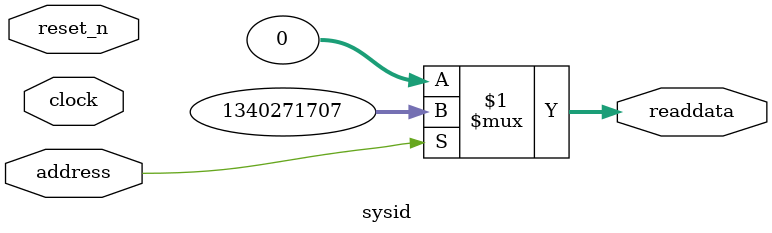
<source format=v>

`timescale 1ns / 1ps
// synthesis translate_on

// turn off superfluous verilog processor warnings 
// altera message_level Level1 
// altera message_off 10034 10035 10036 10037 10230 10240 10030 

module sysid (
               // inputs:
                address,
                clock,
                reset_n,

               // outputs:
                readdata
             )
;

  output  [ 31: 0] readdata;
  input            address;
  input            clock;
  input            reset_n;

  wire    [ 31: 0] readdata;
  //control_slave, which is an e_avalon_slave
  assign readdata = address ? 1340271707 : 0;

endmodule


</source>
